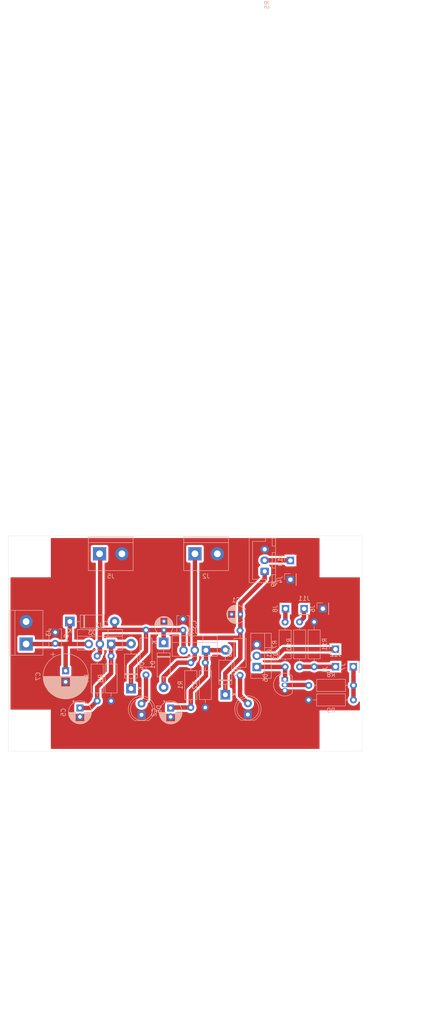
<source format=kicad_pcb>
(kicad_pcb (version 20241229) (generator "pcbnew") (generator_version "9.0")
  (layers (0 "F.Cu" signal) (2 "B.Cu" signal) (13 "F.Paste" user) (15 "B.Paste" user) (5 "F.SilkS" user "F.Silkscreen") (7 "B.SilkS" user "B.Silkscreen") (1 "F.Mask" user) (3 "B.Mask" user) (25 "Edge.Cuts" user))
  (net 0 "")
  (net 1 "GND")
  (net 2 "+5V")
  (net 3 "Net-(D2-A)")
  (net 4 "+9V")
  (net 5 "Net-(D4-A)")
  (net 6 "+12V")
  (net 7 "Net-(D5-A)")
  (net 8 "Net-(D6-A)")
  (net 9 "Net-(J1-Pin_1)")
  (net 10 "Net-(J7-Pin_1)")
  (net 11 "Net-(J8-Pin_1)")
  (net 12 "Net-(J10-Pin_1)")
  (net 13 "Net-(J11-Pin_1)")
  (net 14 "Net-(J12-Pin_1)")
  (net 15 "Net-(Q1-C)")
  (net 16 "Net-(Q1-B)")
  (footprint "Resistor_THT:R_Axial_DIN0207_L6.3mm_D2.5mm_P10.16mm_Horizontal" (layer "B.Cu") (at 93.675 88.1886 -90)
    (property "Reference" "R3" (at 5.08 2.37 90) (layer "B.SilkS") (effects (justify mirror)))
    (property "Value" "1.5k")
    (pad "1" thru_hole circle (at 0 0 270) (size 1.6 1.6) (drill 0.8) (layers "*.Cu" "*.Mask") (net 5 "Net-(D4-A)"))
    (pad "2" thru_hole oval (at 10.16 0 270) (size 1.6 1.6) (drill 0.8) (layers "*.Cu" "*.Mask") (net 1 "GND"))
  )
  (footprint "Diode_THT:D_DO-41_SOD81_P10.16mm_Horizontal" (layer "B.Cu") (at 98.2 95.5486 90)
    (property "Reference" "D4" (at 5.08 2.47 90) (layer "B.SilkS") (effects (justify mirror)))
    (property "Value" "1N4001")
    (fp_text user "K" (at 0 2.1 90) (layer "B.SilkS") (effects (justify mirror)))
    (pad "1" thru_hole rect (at 0 0 90) (size 2.2 2.2) (drill 1.1) (layers "*.Cu" "*.Mask") (net 4 "+9V"))
    (pad "2" thru_hole oval (at 10.16 0 90) (size 2.2 2.2) (drill 1.1) (layers "*.Cu" "*.Mask") (net 5 "Net-(D4-A)"))
  )
  (footprint "TerminalBlock:TerminalBlock_bornier-2_P5.08mm" (layer "B.Cu") (at 112.7 65.024)
    (property "Reference" "J2" (at 2.54 5.08 0) (layer "B.SilkS") (effects (justify mirror)))
    (property "Value" "MCU-PWR")
    (pad "1" thru_hole rect (at 0 0) (size 3 3) (drill 1.52) (layers "*.Cu" "*.Mask") (net 2 "+5V"))
    (pad "2" thru_hole circle (at 5.08 0) (size 3 3) (drill 1.52) (layers "*.Cu" "*.Mask") (net 1 "GND"))
  )
  (footprint "Resistor_THT:R_Axial_DIN0207_L6.3mm_D2.5mm_P10.16mm_Horizontal" (layer "B.Cu") (at 115.062 89.6886 -90)
    (property "Reference" "R2" (at 5.08 2.37 90) (layer "B.SilkS") (effects (justify mirror)))
    (property "Value" "715")
    (pad "1" thru_hole circle (at 0 0 270) (size 1.6 1.6) (drill 0.8) (layers "*.Cu" "*.Mask") (net 3 "Net-(D2-A)"))
    (pad "2" thru_hole oval (at 10.16 0 270) (size 1.6 1.6) (drill 0.8) (layers "*.Cu" "*.Mask") (net 1 "GND"))
  )
  (footprint "Resistor_THT:R_Axial_DIN0207_L6.3mm_D2.5mm_P10.16mm_Horizontal" (layer "B.Cu") (at 133.161 80.492 -90)
    (property "Reference" "R7" (at 5.08 2.37 90) (layer "B.SilkS") (effects (justify mirror)))
    (property "Value" "12k")
    (pad "1" thru_hole circle (at 0 0 270) (size 1.6 1.6) (drill 0.8) (layers "*.Cu" "*.Mask") (net 11 "Net-(J8-Pin_1)"))
    (pad "2" thru_hole oval (at 10.16 0 270) (size 1.6 1.6) (drill 0.8) (layers "*.Cu" "*.Mask") (net 15 "Net-(Q1-C)"))
  )
  (footprint "Diode_THT:D_DO-41_SOD81_P10.16mm_Horizontal" (layer "B.Cu") (at 84.32 80.3686)
    (property "Reference" "D3" (at 5.08 2.47 0) (layer "B.SilkS") (effects (justify mirror)))
    (property "Value" "1N4001")
    (fp_text user "K" (at 0 2.1 0) (layer "B.SilkS") (effects (justify mirror)))
    (pad "1" thru_hole rect (at 0 0) (size 2.2 2.2) (drill 1.1) (layers "*.Cu" "*.Mask") (net 6 "+12V"))
    (pad "2" thru_hole oval (at 10.16 0) (size 2.2 2.2) (drill 1.1) (layers "*.Cu" "*.Mask") (net 4 "+9V"))
  )
  (footprint "Resistor_THT:R_Axial_DIN0207_L6.3mm_D2.5mm_P10.16mm_Horizontal" (layer "B.Cu") (at 122.936 82.3926 -90)
    (property "Reference" "R6" (at 5.08 2.37 90) (layer "B.SilkS") (effects (justify mirror)))
    (property "Value" "640")
    (pad "1" thru_hole circle (at 0 0 270) (size 1.6 1.6) (drill 0.8) (layers "*.Cu" "*.Mask") (net 2 "+5V"))
    (pad "2" thru_hole oval (at 10.16 0 270) (size 1.6 1.6) (drill 0.8) (layers "*.Cu" "*.Mask") (net 8 "Net-(D6-A)"))
  )
  (footprint "Diode_THT:D_DO-41_SOD81_P10.16mm_Horizontal" (layer "B.Cu") (at 105.6 85.1086 -90)
    (property "Reference" "D1" (at 5.08 2.47 90) (layer "B.SilkS") (effects (justify mirror)))
    (property "Value" "1N4001")
    (fp_text user "K" (at 0 2.1 90) (layer "B.SilkS") (effects (justify mirror)))
    (pad "1" thru_hole rect (at 0 0 270) (size 2.2 2.2) (drill 1.1) (layers "*.Cu" "*.Mask") (net 4 "+9V"))
    (pad "2" thru_hole oval (at 10.16 0 270) (size 2.2 2.2) (drill 1.1) (layers "*.Cu" "*.Mask") (net 2 "+5V"))
  )
  (footprint "TerminalBlock:TerminalBlock_bornier-2_P5.08mm" (layer "B.Cu") (at 91.06 65.024)
    (property "Reference" "J5" (at 2.54 5.08 0) (layer "B.SilkS") (effects (justify mirror)))
    (property "Value" "9V")
    (pad "1" thru_hole rect (at 0 0) (size 3 3) (drill 1.52) (layers "*.Cu" "*.Mask") (net 4 "+9V"))
    (pad "2" thru_hole circle (at 5.08 0) (size 3 3) (drill 1.52) (layers "*.Cu" "*.Mask") (net 1 "GND"))
  )
  (footprint "LED_THT:LED_D5.0mm" (layer "B.Cu") (at 124.714 101.4476 90)
    (property "Reference" "D6" (at 8.308 3.96 90) (layer "B.SilkS") (effects (justify mirror)))
    (property "Value" "RED")
    (pad "1" thru_hole rect (at 0 0 90) (size 1.8 1.8) (drill 0.9) (layers "*.Cu" "*.Mask") (net 1 "GND"))
    (pad "2" thru_hole circle (at 2.54 0 90) (size 1.8 1.8) (drill 0.9) (layers "*.Cu" "*.Mask") (net 8 "Net-(D6-A)"))
  )
  (footprint "Package_TO_SOT_THT:TO-220-3_Vertical" (layer "B.Cu") (at 115.2 86.8686 180)
    (property "Reference" "U1" (at 2.54 4.27 0) (layer "B.SilkS") (effects (justify mirror)))
    (property "Value" "LM317_TO-220")
    (pad "1" thru_hole rect (at 0 0 180) (size 1.905 2) (drill 1.1) (layers "*.Cu" "*.Mask") (net 3 "Net-(D2-A)"))
    (pad "2" thru_hole oval (at 2.54 0 180) (size 1.905 2) (drill 1.1) (layers "*.Cu" "*.Mask") (net 2 "+5V"))
    (pad "3" thru_hole oval (at 5.08 0 180) (size 1.905 2) (drill 1.1) (layers "*.Cu" "*.Mask") (net 4 "+9V"))
  )
  (footprint "Connector_PinHeader_2.54mm:PinHeader_1x01_P2.54mm_Vertical" (layer "B.Cu") (at 148.651 90.6052 -90)
    (property "Reference" "J7" (at 0 2.33 90) (layer "B.SilkS") (effects (justify mirror)))
    (property "Value" "MCU")
    (pad "1" thru_hole rect (at 0 0 270) (size 1.7 1.7) (drill 1) (layers "*.Cu" "*.Mask") (net 10 "Net-(J7-Pin_1)"))
  )
  (footprint "MountingHole:MountingHole_3.2mm_M3" (layer "B.Cu") (at 75.08 105 180)
    (property "Reference" "H1" (hide yes))
    (property "Value" "MountingHole")
    (pad "" np_thru_hole circle (at 0 0 180) (size 3.2 3.2) (drill 3.2) (layers "*.Cu" "*.Mask"))
  )
  (footprint "Capacitor_THT:CP_Radial_D5.0mm_P2.00mm" (layer "B.Cu") (at 107.188 99.9686 -90)
    (property "Reference" "C2" (at 1 3.75 90) (layer "B.SilkS") (effects (justify mirror)))
    (property "Value" "10uF")
    (pad "1" thru_hole rect (at 0 0 270) (size 1.6 1.6) (drill 0.8) (layers "*.Cu" "*.Mask") (net 3 "Net-(D2-A)"))
    (pad "2" thru_hole circle (at 2 0 270) (size 1.6 1.6) (drill 0.8) (layers "*.Cu" "*.Mask") (net 1 "GND"))
  )
  (footprint "Connector_PinHeader_2.54mm:PinHeader_1x01_P2.54mm_Vertical" (layer "B.Cu") (at 133.2484 77.47 -90)
    (property "Reference" "J8" (at 0 2.33 90) (layer "B.SilkS") (effects (justify mirror)))
    (property "Value" "STBY+")
    (pad "1" thru_hole rect (at 0 0 270) (size 1.7 1.7) (drill 1) (layers "*.Cu" "*.Mask") (net 11 "Net-(J8-Pin_1)"))
  )
  (footprint "Capacitor_THT:CP_Radial_D5.0mm_P2.00mm" (layer "B.Cu") (at 86.614 99.9506 -90)
    (property "Reference" "C5" (at 1 3.75 90) (layer "B.SilkS") (effects (justify mirror)))
    (property "Value" "10uF")
    (pad "1" thru_hole rect (at 0 0 270) (size 1.6 1.6) (drill 0.8) (layers "*.Cu" "*.Mask") (net 5 "Net-(D4-A)"))
    (pad "2" thru_hole circle (at 2 0 270) (size 1.6 1.6) (drill 0.8) (layers "*.Cu" "*.Mask") (net 1 "GND"))
  )
  (footprint "Connector_JST:JST_XH_B3B-XH-A_1x03_P2.50mm_Vertical" (layer "B.Cu") (at 128.524 69.008 90)
    (property "Reference" "J9" (at -2.707 2.026 90) (layer "B.SilkS") (effects (justify mirror)))
    (property "Value" "LM35")
    (pad "1" thru_hole roundrect (at 0 0 90) (size 1.7 1.95) (drill 0.95) (layers "*.Cu" "*.Mask") (roundrect_rratio 0.147059) (net 2 "+5V"))
    (pad "2" thru_hole oval (at 2.5 0 90) (size 1.7 1.95) (drill 0.95) (layers "*.Cu" "*.Mask") (net 12 "Net-(J10-Pin_1)"))
    (pad "3" thru_hole oval (at 5 0 90) (size 1.7 1.95) (drill 0.95) (layers "*.Cu" "*.Mask") (net 1 "GND"))
  )
  (footprint "Capacitor_THT:CP_Radial_D4.0mm_P2.00mm" (layer "B.Cu") (at 105.66 82.3236 90)
    (property "Reference" "C6" (at -0.545 5.91 90) (layer "B.SilkS") (effects (justify mirror)))
    (property "Value" "1uF")
    (pad "1" thru_hole rect (at 0 0 90) (size 1.2 1.2) (drill 0.6) (layers "*.Cu" "*.Mask") (net 4 "+9V"))
    (pad "2" thru_hole circle (at 2 0 90) (size 1.2 1.2) (drill 0.6) (layers "*.Cu" "*.Mask") (net 1 "GND"))
  )
  (footprint "Resistor_THT:R_Axial_DIN0207_L6.3mm_D2.5mm_P10.16mm_Horizontal" (layer "B.Cu") (at 138.491 98.13)
    (property "Reference" "R9" (at 5.08 2.37 0) (layer "B.SilkS") (effects (justify mirror)))
    (property "Value" "12k")
    (pad "1" thru_hole circle (at 0 0) (size 1.6 1.6) (drill 0.8) (layers "*.Cu" "*.Mask") (net 1 "GND"))
    (pad "2" thru_hole oval (at 10.16 0) (size 1.6 1.6) (drill 0.8) (layers "*.Cu" "*.Mask") (net 10 "Net-(J7-Pin_1)"))
  )
  (footprint "MountingHole:MountingHole_3.2mm_M3" (layer "B.Cu") (at 145.856 105.156 180)
    (property "Reference" "H2" (hide yes))
    (property "Value" "MountingHole")
    (pad "" np_thru_hole circle (at 0 0 180) (size 3.2 3.2) (drill 3.2) (layers "*.Cu" "*.Mask"))
  )
  (footprint "Connector_PinHeader_2.54mm:PinHeader_1x01_P2.54mm_Vertical" (layer "B.Cu") (at 144.5768 86.6428 -90)
    (property "Reference" "J1" (at 4.6686 2.33 90) (layer "B.SilkS") (effects (justify mirror)))
    (property "Value" "R-")
    (pad "1" thru_hole rect (at 0 0 270) (size 1.7 1.7) (drill 1) (layers "*.Cu" "*.Mask") (net 9 "Net-(J1-Pin_1)"))
  )
  (footprint "Connector_PinHeader_2.54mm:PinHeader_1x01_P2.54mm_Vertical" (layer "B.Cu") (at 144.587 90.6052 180)
    (property "Reference" "J12" (at 0 2.794 0) (layer "B.SilkS") (effects (justify mirror)))
    (property "Value" "MCU_PG")
    (pad "1" thru_hole rect (at 0 0 180) (size 1.7 1.7) (drill 1) (layers "*.Cu" "*.Mask") (net 14 "Net-(J12-Pin_1)"))
  )
  (footprint "MountingHole:MountingHole_3.2mm_M3" (layer "B.Cu") (at 145.796 65.762 180)
    (property "Reference" "H3" (hide yes))
    (property "Value" "MountingHole")
    (pad "" np_thru_hole circle (at 0 0 180) (size 3.2 3.2) (drill 3.2) (layers "*.Cu" "*.Mask"))
  )
  (footprint "Connector_PinHeader_2.54mm:PinHeader_1x01_P2.54mm_Vertical" (layer "B.Cu") (at 134.366 66.548 -90)
    (property "Reference" "J10" (at 0 2.33 90) (layer "B.SilkS") (effects (justify mirror)))
    (property "Value" "ADC0")
    (pad "1" thru_hole rect (at 0 0 270) (size 1.7 1.7) (drill 1) (layers "*.Cu" "*.Mask") (net 12 "Net-(J10-Pin_1)"))
  )
  (footprint "Connector_PinHeader_2.54mm:PinHeader_1x01_P2.54mm_Vertical" (layer "B.Cu") (at 134.366 70.866 -90)
    (property "Reference" "J4" (at 0 2.33 90) (layer "B.SilkS") (effects (justify mirror)))
    (property "Value" "GND")
    (pad "1" thru_hole rect (at 0 0 270) (size 1.7 1.7) (drill 1) (layers "*.Cu" "*.Mask") (net 1 "GND"))
  )
  (footprint "Capacitor_THT:CP_Radial_D4.0mm_P2.00mm" (layer "B.Cu") (at 123.0196 78.74 180)
    (property "Reference" "C1" (at 1 3.25 0) (layer "B.SilkS") (effects (justify mirror)))
    (property "Value" "1uF")
    (pad "1" thru_hole rect (at 0 0 180) (size 1.2 1.2) (drill 0.6) (layers "*.Cu" "*.Mask") (net 2 "+5V"))
    (pad "2" thru_hole circle (at 2 0 180) (size 1.2 1.2) (drill 0.6) (layers "*.Cu" "*.Mask") (net 1 "GND"))
  )
  (footprint "TerminalBlock:TerminalBlock_bornier-2_P5.08mm" (layer "B.Cu") (at 74.4 85.4686 90)
    (property "Reference" "J3" (at 2.54 5.08 90) (layer "B.SilkS") (effects (justify mirror)))
    (property "Value" "12V")
    (pad "1" thru_hole rect (at 0 0 90) (size 3 3) (drill 1.52) (layers "*.Cu" "*.Mask") (net 6 "+12V"))
    (pad "2" thru_hole circle (at 5.08 0 90) (size 3 3) (drill 1.52) (layers "*.Cu" "*.Mask") (net 1 "GND"))
  )
  (footprint "MountingHole:MountingHole_3.2mm_M3" (layer "B.Cu") (at 75.08 65.762 180)
    (property "Reference" "H4" (hide yes))
    (property "Value" "MountingHole")
    (pad "" np_thru_hole circle (at 0 0 180) (size 3.2 3.2) (drill 3.2) (layers "*.Cu" "*.Mask"))
  )
  (footprint "Connector_PinHeader_2.54mm:PinHeader_1x01_P2.54mm_Vertical" (layer "B.Cu") (at 137.475 77.47 180)
    (property "Reference" "J11" (at 0 2.33 0) (layer "B.SilkS") (effects (justify mirror)))
    (property "Value" "PWR_PG")
    (pad "1" thru_hole rect (at 0 0 180) (size 1.7 1.7) (drill 1) (layers "*.Cu" "*.Mask") (net 13 "Net-(J11-Pin_1)"))
  )
  (footprint "Capacitor_THT:C_Disc_D3.8mm_W2.6mm_P2.50mm" (layer "B.Cu") (at 110 82.3186 90)
    (property "Reference" "C3" (at 1.25 2.55 90) (layer "B.SilkS") (effects (justify mirror)))
    (property "Value" "0.1 uF")
    (pad "1" thru_hole circle (at 0 0 90) (size 1.6 1.6) (drill 0.8) (layers "*.Cu" "*.Mask") (net 4 "+9V"))
    (pad "2" thru_hole circle (at 2.5 0 90) (size 1.6 1.6) (drill 0.8) (layers "*.Cu" "*.Mask") (net 1 "GND"))
  )
  (footprint "Package_TO_SOT_THT:TO-92L_Inline" (layer "B.Cu") (at 133.099 93.472 -90)
    (property "Reference" "Q1" (at -5.848 3.56 90) (layer "B.SilkS") (effects (justify mirror)))
    (property "Value" "NPN")
    (pad "1" thru_hole rect (at 0 0 270) (size 1.05 1.5) (drill 0.75) (layers "*.Cu" "*.Mask") (net 15 "Net-(Q1-C)"))
    (pad "2" thru_hole oval (at 1.27 0 270) (size 1.05 1.5) (drill 0.75) (layers "*.Cu" "*.Mask") (net 16 "Net-(Q1-B)"))
    (pad "3" thru_hole oval (at 2.54 0 270) (size 1.05 1.5) (drill 0.75) (layers "*.Cu" "*.Mask") (net 1 "GND"))
  )
  (footprint "Resistor_THT:R_Axial_DIN0207_L6.3mm_D2.5mm_P10.16mm_Horizontal" (layer "B.Cu") (at 136.4488 80.4672 -90)
    (property "Reference" "R10" (at 5.08 2.37 90) (layer "B.SilkS") (effects (justify mirror)))
    (property "Value" "12k")
    (pad "1" thru_hole circle (at 0 0 270) (size 1.6 1.6) (drill 0.8) (layers "*.Cu" "*.Mask") (net 13 "Net-(J11-Pin_1)"))
    (pad "2" thru_hole oval (at 10.16 0 270) (size 1.6 1.6) (drill 0.8) (layers "*.Cu" "*.Mask") (net 14 "Net-(J12-Pin_1)"))
  )
  (footprint "Resistor_THT:R_Axial_DIN0207_L6.3mm_D2.5mm_P10.16mm_Horizontal" (layer "B.Cu") (at 111.76 89.6886 -90)
    (property "Reference" "R1" (at 5.08 2.37 90) (layer "B.SilkS") (effects (justify mirror)))
    (property "Value" "220")
    (pad "1" thru_hole circle (at 0 0 270) (size 1.6 1.6) (drill 0.8) (layers "*.Cu" "*.Mask") (net 2 "+5V"))
    (pad "2" thru_hole oval (at 10.16 0 270) (size 1.6 1.6) (drill 0.8) (layers "*.Cu" "*.Mask") (net 3 "Net-(D2-A)"))
  )
  (footprint "Package_TO_SOT_THT:TO-220-3_Vertical" (layer "B.Cu") (at 126.746 90.678 90)
    (property "Reference" "Q3" (at 2.54 4.27 90) (layer "B.SilkS") (effects (justify mirror)))
    (property "Value" "Q_NMOS_GDS")
    (pad "1" thru_hole rect (at 0 0 90) (size 1.905 2) (drill 1.1) (layers "*.Cu" "*.Mask") (net 15 "Net-(Q1-C)"))
    (pad "2" thru_hole oval (at 2.54 0 90) (size 1.905 2) (drill 1.1) (layers "*.Cu" "*.Mask") (net 9 "Net-(J1-Pin_1)"))
    (pad "3" thru_hole oval (at 5.08 0 90) (size 1.905 2) (drill 1.1) (layers "*.Cu" "*.Mask") (net 1 "GND"))
  )
  (footprint "Resistor_THT:R_Axial_DIN0207_L6.3mm_D2.5mm_P10.16mm_Horizontal" (layer "B.Cu") (at 90.525 88.1886 -90)
    (property "Reference" "R4" (at 5.08 2.37 90) (layer "B.SilkS") (effects (justify mirror)))
    (property "Value" "220")
    (pad "1" thru_hole circle (at 0 0 270) (size 1.6 1.6) (drill 0.8) (layers "*.Cu" "*.Mask") (net 4 "+9V"))
    (pad "2" thru_hole oval (at 10.16 0 270) (size 1.6 1.6) (drill 0.8) (layers "*.Cu" "*.Mask") (net 5 "Net-(D4-A)"))
  )
  (footprint "Connector_PinHeader_2.54mm:PinHeader_1x01_P2.54mm_Vertical" (layer "B.Cu") (at 141.732 77.47 -90)
    (property "Reference" "J6" (at 0 2.33 90) (layer "B.SilkS") (effects (justify mirror)))
    (property "Value" "STBY-")
    (pad "1" thru_hole rect (at 0 0 270) (size 1.7 1.7) (drill 1) (layers "*.Cu" "*.Mask") (net 1 "GND"))
  )
  (footprint "Diode_THT:D_DO-41_SOD81_P10.16mm_Horizontal" (layer "B.Cu") (at 119.6 96.9486 90)
    (property "Reference" "D2" (at 5.08 2.47 90) (layer "B.SilkS") (effects (justify mirror)))
    (property "Value" "1N4001")
    (fp_text user "K" (at 0 2.1 90) (layer "B.SilkS") (effects (justify mirror)))
    (pad "1" thru_hole rect (at 0 0 90) (size 2.2 2.2) (drill 1.1) (layers "*.Cu" "*.Mask") (net 2 "+5V"))
    (pad "2" thru_hole oval (at 10.16 0 90) (size 2.2 2.2) (drill 1.1) (layers "*.Cu" "*.Mask") (net 3 "Net-(D2-A)"))
  )
  (footprint "Resistor_THT:R_Axial_DIN0207_L6.3mm_D2.5mm_P10.16mm_Horizontal" (layer "B.Cu") (at 101.6 82.3086 -90)
    (property "Reference" "R5" (at -141.63 -27.43 90) (layer "B.SilkS") (effects (justify mirror)))
    (property "Value" "1.1k")
    (pad "1" thru_hole circle (at 0 0 270) (size 1.6 1.6) (drill 0.8) (layers "*.Cu" "*.Mask") (net 4 "+9V"))
    (pad "2" thru_hole oval (at 10.16 0 270) (size 1.6 1.6) (drill 0.8) (layers "*.Cu" "*.Mask") (net 7 "Net-(D5-A)"))
  )
  (footprint "Capacitor_THT:CP_Radial_D10.0mm_P2.50mm" (layer "B.Cu") (at 83.3628 91.5366 -90)
    (property "Reference" "C7" (at 1.25 6.25 90) (layer "B.SilkS") (effects (justify mirror)))
    (property "Value" "100 uF")
    (pad "1" thru_hole rect (at 0 0 270) (size 1.6 1.6) (drill 0.8) (layers "*.Cu" "*.Mask") (net 6 "+12V"))
    (pad "2" thru_hole circle (at 2.5 0 270) (size 1.6 1.6) (drill 0.8) (layers "*.Cu" "*.Mask") (net 1 "GND"))
  )
  (footprint "Resistor_THT:R_Axial_DIN0207_L6.3mm_D2.5mm_P10.16mm_Horizontal" (layer "B.Cu") (at 139.7508 90.6272 90)
    (property "Reference" "R11" (at 5.08 2.37 90) (layer "B.SilkS") (effects (justify mirror)))
    (property "Value" "18k")
    (pad "1" thru_hole circle (at 0 0 90) (size 1.6 1.6) (drill 0.8) (layers "*.Cu" "*.Mask") (net 14 "Net-(J12-Pin_1)"))
    (pad "2" thru_hole oval (at 10.16 0 90) (size 1.6 1.6) (drill 0.8) (layers "*.Cu" "*.Mask") (net 1 "GND"))
  )
  (footprint "Capacitor_THT:C_Disc_D3.8mm_W2.6mm_P2.50mm" (layer "B.Cu") (at 81 85.3186 90)
    (property "Reference" "C4" (at 1.25 2.55 90) (layer "B.SilkS") (effects (justify mirror)))
    (property "Value" "0.1 uF")
    (pad "1" thru_hole circle (at 0 0 90) (size 1.6 1.6) (drill 0.8) (layers "*.Cu" "*.Mask") (net 6 "+12V"))
    (pad "2" thru_hole circle (at 2.5 0 90) (size 1.6 1.6) (drill 0.8) (layers "*.Cu" "*.Mask") (net 1 "GND"))
  )
  (footprint "Package_TO_SOT_THT:TO-220-3_Vertical" (layer "B.Cu") (at 93.68 85.4686 180)
    (property "Reference" "U2" (at 2.54 4.27 0) (layer "B.SilkS") (effects (justify mirror)))
    (property "Value" "LM317_TO-220")
    (pad "1" thru_hole rect (at 0 0 180) (size 1.905 2) (drill 1.1) (layers "*.Cu" "*.Mask") (net 5 "Net-(D4-A)"))
    (pad "2" thru_hole oval (at 2.54 0 180) (size 1.905 2) (drill 1.1) (layers "*.Cu" "*.Mask") (net 4 "+9V"))
    (pad "3" thru_hole oval (at 5.08 0 180) (size 1.905 2) (drill 1.1) (layers "*.Cu" "*.Mask") (net 6 "+12V"))
  )
  (footprint "Resistor_THT:R_Axial_DIN0207_L6.3mm_D2.5mm_P10.16mm_Horizontal" (layer "B.Cu") (at 148.673 94.828 180)
    (property "Reference" "R8" (at 5.08 2.37 0) (layer "B.SilkS") (effects (justify mirror)))
    (property "Value" "12k")
    (pad "1" thru_hole circle (at 0 0 180) (size 1.6 1.6) (drill 0.8) (layers "*.Cu" "*.Mask") (net 10 "Net-(J7-Pin_1)"))
    (pad "2" thru_hole oval (at 10.16 0 180) (size 1.6 1.6) (drill 0.8) (layers "*.Cu" "*.Mask") (net 16 "Net-(Q1-B)"))
  )
  (footprint "LED_THT:LED_D5.0mm" (layer "B.Cu") (at 100.584 101.5086 90)
    (property "Reference" "D5" (at 1.27 3.96 90) (layer "B.SilkS") (effects (justify mirror)))
    (property "Value" "GREEN")
    (pad "1" thru_hole rect (at 0 0 90) (size 1.8 1.8) (drill 0.9) (layers "*.Cu" "*.Mask") (net 1 "GND"))
    (pad "2" thru_hole circle (at 2.54 0 90) (size 1.8 1.8) (drill 0.9) (layers "*.Cu" "*.Mask") (net 7 "Net-(D5-A)"))
  )
  (gr_line (start 70.358 109.728) (end 150.622 109.728) (stroke (width 0.05)) (layer "Edge.Cuts"))
  (gr_line (start 150.622 60.96) (end 70.358 60.96) (stroke (width 0.05)) (layer "Edge.Cuts"))
  (gr_line (start 70.358 60.96) (end 70.358 109.728) (stroke (width 0.05)) (layer "Edge.Cuts"))
  (gr_line (start 150.622 109.728) (end 150.622 60.96) (stroke (width 0.05)) (layer "Edge.Cuts"))
  (segment (start 105.6 92.901) (end 108.8124 89.6886) (width 1) (layer "F.Cu") (net 2))
  (segment (start 123 84.0686) (end 123 86.5686) (width 1) (layer "F.Cu") (net 2))
  (segment (start 123 86.5686) (end 123 76.263) (width 1) (layer "F.Cu") (net 2))
  (segment (start 112.66 83.2926) (end 112.66 84.0686) (width 1) (layer "F.Cu") (net 2))
  (segment (start 112.66 84.0686) (end 123 84.0686) (width 1) (layer "F.Cu") (net 2))
  (segment (start 112.7 65.024) (end 112.66 65.064) (width 1) (layer "F.Cu") (net 2))
  (segment (start 123 86.5686) (end 123 88.6786) (width 1) (layer "F.Cu") (net 2))
  (segment (start 128.524 70.739) (end 128.524 69.008) (width 1) (layer "F.Cu") (net 2))
  (segment (start 105.6 95.2686) (end 105.6 92.901) (width 1) (layer "F.Cu") (net 2))
  (segment (start 119.6 92.0786) (end 119.6 96.9486) (width 1) (layer "F.Cu") (net 2))
  (segment (start 112.66 84.0686) (end 112.66 86.8686) (width 1) (layer "F.Cu") (net 2))
  (segment (start 123 88.6786) (end 119.6 92.0786) (width 1) (layer "F.Cu") (net 2))
  (segment (start 111.76 89.6886) (end 112.66 88.7886) (width 1) (layer "F.Cu") (net 2))
  (segment (start 112.66 88.7886) (end 112.66 86.8686) (width 1) (layer "F.Cu") (net 2))
  (segment (start 112.7 83.2526) (end 112.66 83.2926) (width 1) (layer "F.Cu") (net 2))
  (segment (start 108.8124 89.6886) (end 111.76 89.6886) (width 1) (layer "F.Cu") (net 2))
  (segment (start 112.7 65.024) (end 112.7 83.2526) (width 1) (layer "F.Cu") (net 2))
  (segment (start 123 76.263) (end 128.524 70.739) (width 1) (layer "F.Cu") (net 2))
  (segment (start 111.76 99.8486) (end 107.308 99.8486) (width 1) (layer "F.Cu") (net 3))
  (segment (start 111.76 96.1086) (end 111.76 99.8486) (width 1) (layer "F.Cu") (net 3))
  (segment (start 107.308 99.8486) (end 107.188 99.9686) (width 1) (layer "F.Cu") (net 3))
  (segment (start 115.2 86.8686) (end 119.52 86.8686) (width 1) (layer "F.Cu") (net 3))
  (segment (start 115.2 86.8686) (end 115.2 92.6686) (width 1) (layer "F.Cu") (net 3))
  (segment (start 119.52 86.8686) (end 119.6 86.7886) (width 1) (layer "F.Cu") (net 3))
  (segment (start 115.2 92.6686) (end 111.76 96.1086) (width 1) (layer "F.Cu") (net 3))
  (segment (start 90.525 88.1886) (end 90.525 88.0936) (width 1) (layer "F.Cu") (net 4))
  (segment (start 91.06 65.024) (end 91.2 65.164) (width 1) (layer "F.Cu") (net 4))
  (segment (start 91.2 65.164) (end 91.2 82.2086) (width 1) (layer "F.Cu") (net 4))
  (segment (start 101.6 82.3086) (end 105.645 82.3086) (width 1) (layer "F.Cu") (net 4))
  (segment (start 98.2 90.5186) (end 98.2 95.5486) (width 1) (layer "F.Cu") (net 4))
  (segment (start 94.48 80.3686) (end 94.48 82.2486) (width 1) (layer "F.Cu") (net 4))
  (segment (start 94.5 82.2686) (end 91.14 82.2686) (width 1) (layer "F.Cu") (net 4))
  (segment (start 101.6 82.3086) (end 101.56 82.2686) (width 1) (layer "F.Cu") (net 4))
  (segment (start 101.56 82.2686) (end 94.5 82.2686) (width 1) (layer "F.Cu") (net 4))
  (segment (start 105.6 85.1086) (end 105.6 82.3836) (width 1) (layer "F.Cu") (net 4))
  (segment (start 94.48 82.2486) (end 94.5 82.2686) (width 1) (layer "F.Cu") (net 4))
  (segment (start 110.12 82.3386) (end 110.12 86.8686) (width 1) (layer "F.Cu") (net 4))
  (segment (start 109.895 82.3236) (end 109.91 82.3386) (width 1) (layer "F.Cu") (net 4))
  (segment (start 91.14 85.4686) (end 91.14 82.2686) (width 1) (layer "F.Cu") (net 4))
  (segment (start 91.2 82.2086) (end 91.14 82.2686) (width 1) (layer "F.Cu") (net 4))
  (segment (start 105.66 82.3236) (end 109.895 82.3236) (width 1) (layer "F.Cu") (net 4))
  (segment (start 109.91 82.3386) (end 110.12 82.3386) (width 1) (layer "F.Cu") (net 4))
  (segment (start 101.6 82.3086) (end 101.6 87.1186) (width 1) (layer "F.Cu") (net 4))
  (segment (start 101.6 87.1186) (end 98.2 90.5186) (width 1) (layer "F.Cu") (net 4))
  (segment (start 90.525 88.0936) (end 91.14 87.4786) (width 1) (layer "F.Cu") (net 4))
  (segment (start 91.14 87.4786) (end 91.14 85.4686) (width 1) (layer "F.Cu") (net 4))
  (segment (start 105.6 82.3836) (end 105.66 82.3236) (width 1) (layer "F.Cu") (net 4))
  (segment (start 93.675 88.1886) (end 93.675 85.4736) (width 1) (layer "F.Cu") (net 5))
  (segment (start 86.614 99.9506) (end 88.923 99.9506) (width 1) (layer "F.Cu") (net 5))
  (segment (start 98.12 85.4686) (end 98.2 85.3886) (width 1) (layer "F.Cu") (net 5))
  (segment (start 93.68 85.4686) (end 98.12 85.4686) (width 1) (layer "F.Cu") (net 5))
  (segment (start 93.675 85.4736) (end 93.68 85.4686) (width 1) (layer "F.Cu") (net 5))
  (segment (start 90.525 98.3486) (end 90.525 95.2456) (width 1) (layer "F.Cu") (net 5))
  (segment (start 93.675 92.0956) (end 93.675 88.1886) (width 1) (layer "F.Cu") (net 5))
  (segment (start 88.923 99.9506) (end 90.525 98.3486) (width 1) (layer "F.Cu") (net 5))
  (segment (start 90.525 95.2456) (end 93.675 92.0956) (width 1) (layer "F.Cu") (net 5))
  (segment (start 84.2 85.4686) (end 88.6 85.4686) (width 1) (layer "F.Cu") (net 6))
  (segment (start 74.4 85.4686) (end 82.725 85.4686) (width 1) (layer "F.Cu") (net 6))
  (segment (start 82.725 85.4686) (end 84.2 85.4686) (width 1) (layer "F.Cu") (net 6))
  (segment (start 83.3628 91.5366) (end 83.3628 85.4686) (width 1) (layer "F.Cu") (net 6))
  (segment (start 84.32 85.3486) (end 84.2 85.4686) (width 1) (layer "F.Cu") (net 6))
  (segment (start 84.32 80.3686) (end 84.32 85.3486) (width 1) (layer "F.Cu") (net 6))
  (segment (start 101.6 92.4686) (end 101.6 97.9526) (width 1) (layer "F.Cu") (net 7))
  (segment (start 101.6 97.9526) (end 100.584 98.9686) (width 1) (layer "F.Cu") (net 7))
  (segment (start 122.936 97.1296) (end 124.714 98.9076) (width 1) (layer "F.Cu") (net 8))
  (segment (start 122.936 92.5526) (end 122.936 97.1296) (width 1) (layer "F.Cu") (net 8))
  (segment (start 131.318 88.138) (end 132.8132 86.6428) (width 1) (layer "F.Cu") (net 9))
  (segment (start 132.8132 86.6428) (end 144.5768 86.6428) (width 1) (layer "F.Cu") (net 9))
  (segment (start 126.746 88.138) (end 131.318 88.138) (width 1) (layer "F.Cu") (net 9))
  (segment (start 148.673 94.828) (end 148.673 90.6272) (width 1) (layer "F.Cu") (net 10))
  (segment (start 148.651 94.806) (end 148.673 94.828) (width 1) (layer "F.Cu") (net 10))
  (segment (start 148.673 90.6272) (end 148.651 90.6052) (width 1) (layer "F.Cu") (net 10))
  (segment (start 148.673 98.108) (end 148.651 98.13) (width 1) (layer "F.Cu") (net 10))
  (segment (start 148.673 94.828) (end 148.673 98.108) (width 1) (layer "F.Cu") (net 10))
  (segment (start 133.223 77.61) (end 133.223 80.43) (width 1) (layer "F.Cu") (net 11))
  (segment (start 133.223 80.43) (end 133.161 80.492) (width 1) (layer "F.Cu") (net 11))
  (segment (start 133.261 77.572) (end 133.223 77.61) (width 1) (layer "F.Cu") (net 11))
  (segment (start 128.524 66.508) (end 134.326 66.508) (width 1) (layer "F.Cu") (net 12))
  (segment (start 134.326 66.508) (end 134.366 66.548) (width 1) (layer "F.Cu") (net 12))
  (segment (start 137.431 77.514) (end 137.475 77.47) (width 1) (layer "F.Cu") (net 13))
  (segment (start 136.4488 80.4672) (end 137.431 79.485) (width 1) (layer "F.Cu") (net 13))
  (segment (start 137.431 79.485) (end 137.431 77.514) (width 1) (layer "F.Cu") (net 13))
  (segment (start 144.587 90.6052) (end 144.565 90.6272) (width 1) (layer "F.Cu") (net 14))
  (segment (start 144.587 90.7288) (end 144.2822 90.424) (width 1) (layer "F.Cu") (net 14))
  (segment (start 144.565 90.6272) (end 136.4488 90.6272) (width 1) (layer "F.Cu") (net 14))
  (segment (start 133.157 93.218) (end 133.157 90.656) (width 1) (layer "F.Cu") (net 15))
  (segment (start 126.772 90.652) (end 126.746 90.678) (width 1) (layer "F.Cu") (net 15))
  (segment (start 133.161 90.652) (end 126.772 90.652) (width 1) (layer "F.Cu") (net 15))
  (segment (start 132.903 93.472) (end 133.157 93.218) (width 1) (layer "F.Cu") (net 15))
  (segment (start 133.157 90.656) (end 133.161 90.652) (width 1) (layer "F.Cu") (net 15))
  (segment (start 133.0842 90.7288) (end 133.161 90.652) (width 1) (layer "F.Cu") (net 15))
  (segment (start 138.427 94.742) (end 138.513 94.828) (width 1) (layer "F.Cu") (net 16))
  (segment (start 133.411 94.742) (end 138.427 94.742) (width 1) (layer "F.Cu") (net 16))
  (segment (start 138.345 94.742) (end 138.513 94.574) (width 1) (layer "F.Cu") (net 16))
  (zone (net 0) (net_name "") (layer "F.Cu") (connect_pads (clearance 0)) (min_thickness 0.25)
    (keepout (tracks not_allowed) (vias not_allowed) (pads allowed) (copperpour not_allowed) (footprints allowed))
    (fill (thermal_gap 0.5) (thermal_bridge_width 0.5))
    (polygon (pts (xy 80.01 60.96) (xy 80.01 70.358) (xy 70.358 70.358) (xy 70.358 60.96)))
  )
  (zone (net 0) (net_name "") (layer "F.Cu") (connect_pads (clearance 0)) (min_thickness 0.25)
    (keepout (tracks not_allowed) (vias not_allowed) (pads allowed) (copperpour not_allowed) (footprints allowed))
    (fill (thermal_gap 0.5) (thermal_bridge_width 0.5))
    (polygon (pts (xy 80.01 100.33) (xy 80.01 109.728) (xy 70.358 109.728) (xy 70.358 100.33)))
  )
  (zone (net 0) (net_name "") (layer "F.Cu") (connect_pads (clearance 0)) (min_thickness 0.25)
    (keepout (tracks not_allowed) (vias not_allowed) (pads allowed) (copperpour not_allowed) (footprints allowed))
    (fill (thermal_gap 0.5) (thermal_bridge_width 0.5))
    (polygon (pts (xy 150.622 100.486) (xy 150.622 109.728) (xy 140.97 109.884) (xy 140.97 100.486)))
  )
  (zone (net 1) (net_name "GND") (layer "F.Cu") (connect_pads yes (clearance 0.5)) (min_thickness 0.25) (fill yes (thermal_gap 0.5) (thermal_bridge_width 0.5))
    (polygon (pts (xy 70.358 60.96) (xy 150.622 60.96) (xy 150.622 109.728) (xy 70.358 109.728)))
  )
  (zone (net 0) (net_name "") (layer "F.Cu") (connect_pads (clearance 0)) (min_thickness 0.25)
    (keepout (tracks not_allowed) (vias not_allowed) (pads allowed) (copperpour not_allowed) (footprints allowed))
    (fill (thermal_gap 0.5) (thermal_bridge_width 0.5))
    (polygon (pts (xy 150.622 60.96) (xy 150.622 70.358) (xy 140.97 70.358) (xy 140.97 60.96)))
  )
)
</source>
